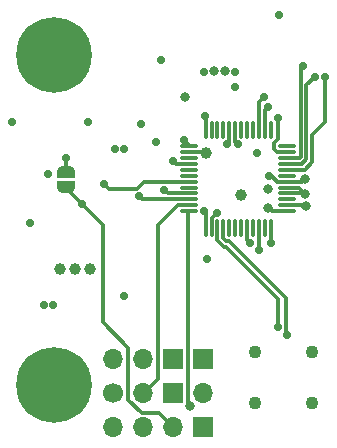
<source format=gbl>
G04 #@! TF.GenerationSoftware,KiCad,Pcbnew,7.0.7*
G04 #@! TF.CreationDate,2023-09-05T00:02:02-07:00*
G04 #@! TF.ProjectId,Memory Board,4d656d6f-7279-4204-926f-6172642e6b69,rev?*
G04 #@! TF.SameCoordinates,Original*
G04 #@! TF.FileFunction,Copper,L4,Bot*
G04 #@! TF.FilePolarity,Positive*
%FSLAX46Y46*%
G04 Gerber Fmt 4.6, Leading zero omitted, Abs format (unit mm)*
G04 Created by KiCad (PCBNEW 7.0.7) date 2023-09-05 00:02:02*
%MOMM*%
%LPD*%
G01*
G04 APERTURE LIST*
G04 Aperture macros list*
%AMRoundRect*
0 Rectangle with rounded corners*
0 $1 Rounding radius*
0 $2 $3 $4 $5 $6 $7 $8 $9 X,Y pos of 4 corners*
0 Add a 4 corners polygon primitive as box body*
4,1,4,$2,$3,$4,$5,$6,$7,$8,$9,$2,$3,0*
0 Add four circle primitives for the rounded corners*
1,1,$1+$1,$2,$3*
1,1,$1+$1,$4,$5*
1,1,$1+$1,$6,$7*
1,1,$1+$1,$8,$9*
0 Add four rect primitives between the rounded corners*
20,1,$1+$1,$2,$3,$4,$5,0*
20,1,$1+$1,$4,$5,$6,$7,0*
20,1,$1+$1,$6,$7,$8,$9,0*
20,1,$1+$1,$8,$9,$2,$3,0*%
%AMFreePoly0*
4,1,19,0.500000,-0.750000,0.000000,-0.750000,0.000000,-0.744911,-0.071157,-0.744911,-0.207708,-0.704816,-0.327430,-0.627875,-0.420627,-0.520320,-0.479746,-0.390866,-0.500000,-0.250000,-0.500000,0.250000,-0.479746,0.390866,-0.420627,0.520320,-0.327430,0.627875,-0.207708,0.704816,-0.071157,0.744911,0.000000,0.744911,0.000000,0.750000,0.500000,0.750000,0.500000,-0.750000,0.500000,-0.750000,
$1*%
%AMFreePoly1*
4,1,19,0.000000,0.744911,0.071157,0.744911,0.207708,0.704816,0.327430,0.627875,0.420627,0.520320,0.479746,0.390866,0.500000,0.250000,0.500000,-0.250000,0.479746,-0.390866,0.420627,-0.520320,0.327430,-0.627875,0.207708,-0.704816,0.071157,-0.744911,0.000000,-0.744911,0.000000,-0.750000,-0.500000,-0.750000,-0.500000,0.750000,0.000000,0.750000,0.000000,0.744911,0.000000,0.744911,
$1*%
G04 Aperture macros list end*
G04 #@! TA.AperFunction,ComponentPad*
%ADD10C,3.600000*%
G04 #@! TD*
G04 #@! TA.AperFunction,ConnectorPad*
%ADD11C,6.400000*%
G04 #@! TD*
G04 #@! TA.AperFunction,ComponentPad*
%ADD12C,1.100000*%
G04 #@! TD*
G04 #@! TA.AperFunction,ComponentPad*
%ADD13C,1.700000*%
G04 #@! TD*
G04 #@! TA.AperFunction,ComponentPad*
%ADD14O,1.700000X1.700000*%
G04 #@! TD*
G04 #@! TA.AperFunction,ComponentPad*
%ADD15R,1.700000X1.700000*%
G04 #@! TD*
G04 #@! TA.AperFunction,SMDPad,CuDef*
%ADD16RoundRect,0.075000X-0.075000X0.662500X-0.075000X-0.662500X0.075000X-0.662500X0.075000X0.662500X0*%
G04 #@! TD*
G04 #@! TA.AperFunction,SMDPad,CuDef*
%ADD17RoundRect,0.075000X-0.662500X0.075000X-0.662500X-0.075000X0.662500X-0.075000X0.662500X0.075000X0*%
G04 #@! TD*
G04 #@! TA.AperFunction,SMDPad,CuDef*
%ADD18FreePoly0,90.000000*%
G04 #@! TD*
G04 #@! TA.AperFunction,SMDPad,CuDef*
%ADD19FreePoly1,90.000000*%
G04 #@! TD*
G04 #@! TA.AperFunction,ViaPad*
%ADD20C,1.000000*%
G04 #@! TD*
G04 #@! TA.AperFunction,ViaPad*
%ADD21C,0.800000*%
G04 #@! TD*
G04 #@! TA.AperFunction,ViaPad*
%ADD22C,0.700000*%
G04 #@! TD*
G04 #@! TA.AperFunction,Conductor*
%ADD23C,0.300000*%
G04 #@! TD*
G04 APERTURE END LIST*
D10*
X30480000Y-58420000D03*
D11*
X30480000Y-58420000D03*
D10*
X30480000Y-30480000D03*
D11*
X30480000Y-30480000D03*
D12*
X47549400Y-55609600D03*
X47549400Y-59909600D03*
X52349400Y-55609600D03*
X52349400Y-59909600D03*
D13*
X35480000Y-59090000D03*
D14*
X38020000Y-59090000D03*
D15*
X40560000Y-59090000D03*
D14*
X43100000Y-59090000D03*
D15*
X43080000Y-56230000D03*
X40540000Y-56230000D03*
D14*
X38000000Y-56230000D03*
X35460000Y-56230000D03*
D15*
X43090000Y-61970000D03*
D14*
X40550000Y-61970000D03*
X38010000Y-61970000D03*
X35470000Y-61970000D03*
D16*
X43330800Y-36758500D03*
X43830800Y-36758500D03*
X44330800Y-36758500D03*
X44830800Y-36758500D03*
X45330800Y-36758500D03*
X45830800Y-36758500D03*
X46330800Y-36758500D03*
X46830800Y-36758500D03*
X47330800Y-36758500D03*
X47830800Y-36758500D03*
X48330800Y-36758500D03*
X48830800Y-36758500D03*
D17*
X50243300Y-38171000D03*
X50243300Y-38671000D03*
X50243300Y-39171000D03*
X50243300Y-39671000D03*
X50243300Y-40171000D03*
X50243300Y-40671000D03*
X50243300Y-41171000D03*
X50243300Y-41671000D03*
X50243300Y-42171000D03*
X50243300Y-42671000D03*
X50243300Y-43171000D03*
X50243300Y-43671000D03*
D16*
X48830800Y-45083500D03*
X48330800Y-45083500D03*
X47830800Y-45083500D03*
X47330800Y-45083500D03*
X46830800Y-45083500D03*
X46330800Y-45083500D03*
X45830800Y-45083500D03*
X45330800Y-45083500D03*
X44830800Y-45083500D03*
X44330800Y-45083500D03*
X43830800Y-45083500D03*
X43330800Y-45083500D03*
D17*
X41918300Y-43671000D03*
X41918300Y-43171000D03*
X41918300Y-42671000D03*
X41918300Y-42171000D03*
X41918300Y-41671000D03*
X41918300Y-41171000D03*
X41918300Y-40671000D03*
X41918300Y-40171000D03*
X41918300Y-39671000D03*
X41918300Y-39171000D03*
X41918300Y-38671000D03*
X41918300Y-38171000D03*
D18*
X31521399Y-41633999D03*
D19*
X31521399Y-40333999D03*
D20*
X33578800Y-48539400D03*
D21*
X48650000Y-43380000D03*
D22*
X26951599Y-36160000D03*
D20*
X32296100Y-48539400D03*
D22*
X37890000Y-36280000D03*
X39522400Y-30835600D03*
X41478200Y-37617400D03*
D20*
X31013400Y-48539400D03*
D22*
X43307000Y-35585400D03*
X45840000Y-33121600D03*
X43470000Y-47700000D03*
X43205300Y-43685052D03*
D21*
X51770000Y-42230000D03*
X44970000Y-31820000D03*
X51810351Y-43228688D03*
D22*
X30022800Y-40487600D03*
D21*
X48640000Y-41830000D03*
D22*
X47700000Y-38711800D03*
X49504600Y-27051000D03*
D21*
X41580000Y-34010000D03*
D22*
X36398200Y-38404800D03*
X30378400Y-51638200D03*
D21*
X44020000Y-31840000D03*
D22*
X28450600Y-44676000D03*
X43205400Y-31851600D03*
X33371599Y-36160000D03*
X39166800Y-37846000D03*
X36423600Y-50822800D03*
X45821600Y-31851600D03*
X44323000Y-43796500D03*
X29616400Y-51638200D03*
D20*
X43332400Y-38709600D03*
D22*
X35687000Y-38404800D03*
D20*
X46304200Y-42291000D03*
D22*
X48660000Y-40720000D03*
D21*
X51750000Y-40940000D03*
D22*
X45154209Y-37998295D03*
X46053609Y-38011864D03*
X48246800Y-34010600D03*
X52555100Y-32334200D03*
X51615743Y-31419800D03*
X53454132Y-32305107D03*
X48593227Y-34840716D03*
X49425573Y-35749824D03*
X49465500Y-53440320D03*
X50209500Y-54187200D03*
X32867600Y-43078400D03*
D21*
X41990000Y-60180000D03*
D22*
X47123067Y-46386625D03*
X48844200Y-46405800D03*
X31521400Y-39170000D03*
X47830800Y-46941800D03*
X34747200Y-41351200D03*
X39830000Y-41869500D03*
X37720217Y-42420374D03*
X40600000Y-39460000D03*
D23*
X41918300Y-38171000D02*
X41918300Y-38057500D01*
X51211000Y-41671000D02*
X50243300Y-41671000D01*
X51770000Y-42230000D02*
X51711000Y-42171000D01*
X51711000Y-42171000D02*
X50243300Y-42171000D01*
X51770000Y-42230000D02*
X51211000Y-41671000D01*
X48941000Y-43671000D02*
X50243300Y-43671000D01*
X43330800Y-35609200D02*
X43307000Y-35585400D01*
X43330800Y-43810552D02*
X43205300Y-43685052D01*
X43330800Y-45083500D02*
X43330800Y-43810552D01*
X48650000Y-43380000D02*
X48941000Y-43671000D01*
X41918300Y-38057500D02*
X41478200Y-37617400D01*
X43330800Y-36758500D02*
X43330800Y-35609200D01*
X44279259Y-43796500D02*
X44323000Y-43796500D01*
X51461000Y-43171000D02*
X51670000Y-43380000D01*
X51519000Y-41171000D02*
X51750000Y-40940000D01*
X50243300Y-41171000D02*
X51519000Y-41171000D01*
X43830800Y-45083500D02*
X43830800Y-44244959D01*
X48660000Y-40720000D02*
X48953759Y-40720000D01*
X43293800Y-38671000D02*
X43332400Y-38709600D01*
X43830800Y-44244959D02*
X44279259Y-43796500D01*
X50243300Y-43171000D02*
X51461000Y-43171000D01*
X41918300Y-38671000D02*
X43293800Y-38671000D01*
X48953759Y-40720000D02*
X49404759Y-41171000D01*
X49404759Y-41171000D02*
X50243300Y-41171000D01*
X45154209Y-37998295D02*
X45330800Y-37821704D01*
X45330800Y-37821704D02*
X45330800Y-36758500D01*
X46053609Y-38011864D02*
X45830800Y-37789055D01*
X45830800Y-37789055D02*
X45830800Y-36967284D01*
X48246800Y-34010600D02*
X47830800Y-34426600D01*
X47830800Y-34426600D02*
X47830800Y-36758500D01*
X51496053Y-39671000D02*
X50243300Y-39671000D01*
X51870000Y-39297053D02*
X51496053Y-39671000D01*
X51870000Y-33019300D02*
X51870000Y-39297053D01*
X52555100Y-32334200D02*
X51870000Y-33019300D01*
X51288947Y-39171000D02*
X50243300Y-39171000D01*
X51370000Y-31665543D02*
X51370000Y-39089947D01*
X51370000Y-39089947D02*
X51288947Y-39171000D01*
X51615743Y-31419800D02*
X51370000Y-31665543D01*
X51703159Y-40171000D02*
X50243300Y-40171000D01*
X53467000Y-32317975D02*
X53467000Y-36123000D01*
X52370000Y-39504159D02*
X51703159Y-40171000D01*
X53467000Y-36123000D02*
X52370000Y-37220000D01*
X53454132Y-32305107D02*
X53467000Y-32317975D01*
X52370000Y-37220000D02*
X52370000Y-39504159D01*
X48593227Y-34840716D02*
X48330800Y-35103143D01*
X48330800Y-35103143D02*
X48330800Y-36758500D01*
X49404759Y-38671000D02*
X50243300Y-38671000D01*
X49425573Y-35749824D02*
X49425573Y-36645573D01*
X49500000Y-36720000D02*
X49500000Y-37575759D01*
X49500000Y-37575759D02*
X49155800Y-37919959D01*
X49155800Y-38422041D02*
X49404759Y-38671000D01*
X49425573Y-36645573D02*
X49500000Y-36720000D01*
X49155800Y-37919959D02*
X49155800Y-38422041D01*
X49465500Y-51091100D02*
X45045400Y-46671000D01*
X44872653Y-46671000D02*
X44330800Y-46129147D01*
X49465500Y-51091100D02*
X49465500Y-53440320D01*
X45045400Y-46671000D02*
X44872653Y-46671000D01*
X44330800Y-46129147D02*
X44330800Y-45083500D01*
X50165000Y-54142700D02*
X50209500Y-54187200D01*
X44830800Y-45922041D02*
X45079759Y-46171000D01*
X45307400Y-46171000D02*
X50165000Y-51028600D01*
X50165000Y-51028600D02*
X50165000Y-54142700D01*
X45079759Y-46171000D02*
X45307400Y-46171000D01*
X44830800Y-45083500D02*
X44830800Y-45922041D01*
X32867600Y-43055200D02*
X31521399Y-41708999D01*
X32867600Y-43078400D02*
X34671000Y-44881800D01*
X36800000Y-59634600D02*
X37935400Y-60770000D01*
X32867600Y-43078400D02*
X32867600Y-43055200D01*
X36800000Y-55215000D02*
X36800000Y-59634600D01*
X34671000Y-44881800D02*
X34671000Y-53086000D01*
X39350000Y-60770000D02*
X40550000Y-61970000D01*
X34671000Y-53086000D02*
X36800000Y-55215000D01*
X37935400Y-60770000D02*
X39350000Y-60770000D01*
X41990000Y-60180000D02*
X41880000Y-60070000D01*
X41880000Y-60070000D02*
X41880000Y-43709300D01*
X41880000Y-43709300D02*
X41918300Y-43671000D01*
X40980800Y-43171000D02*
X39340000Y-44811800D01*
X41918300Y-43171000D02*
X40980800Y-43171000D01*
X39340000Y-44811800D02*
X39340000Y-57860000D01*
X38110000Y-59090000D02*
X38020000Y-59090000D01*
X39340000Y-57860000D02*
X38110000Y-59090000D01*
X47123067Y-46386625D02*
X46830800Y-46094358D01*
X46830800Y-46094358D02*
X46830800Y-45083500D01*
X48844200Y-46405800D02*
X48844200Y-45096900D01*
X48844200Y-45096900D02*
X48830800Y-45083500D01*
X31521400Y-39170000D02*
X31521400Y-40258998D01*
X31521400Y-40258998D02*
X31521399Y-40258999D01*
X47830800Y-46941800D02*
X47830800Y-45083500D01*
X38085679Y-41169500D02*
X41078259Y-41169500D01*
X41078259Y-41169500D02*
X41079759Y-41171000D01*
X37498105Y-41757074D02*
X38085679Y-41169500D01*
X35153074Y-41757074D02*
X37498105Y-41757074D01*
X41079759Y-41171000D02*
X41918300Y-41171000D01*
X34747200Y-41351200D02*
X35153074Y-41757074D01*
X41918300Y-42171000D02*
X40131500Y-42171000D01*
X40131500Y-42171000D02*
X39830000Y-41869500D01*
X37720217Y-42420374D02*
X37970843Y-42671000D01*
X37970843Y-42671000D02*
X41918300Y-42671000D01*
X41918300Y-39671000D02*
X40811000Y-39671000D01*
X40811000Y-39671000D02*
X40600000Y-39460000D01*
M02*

</source>
